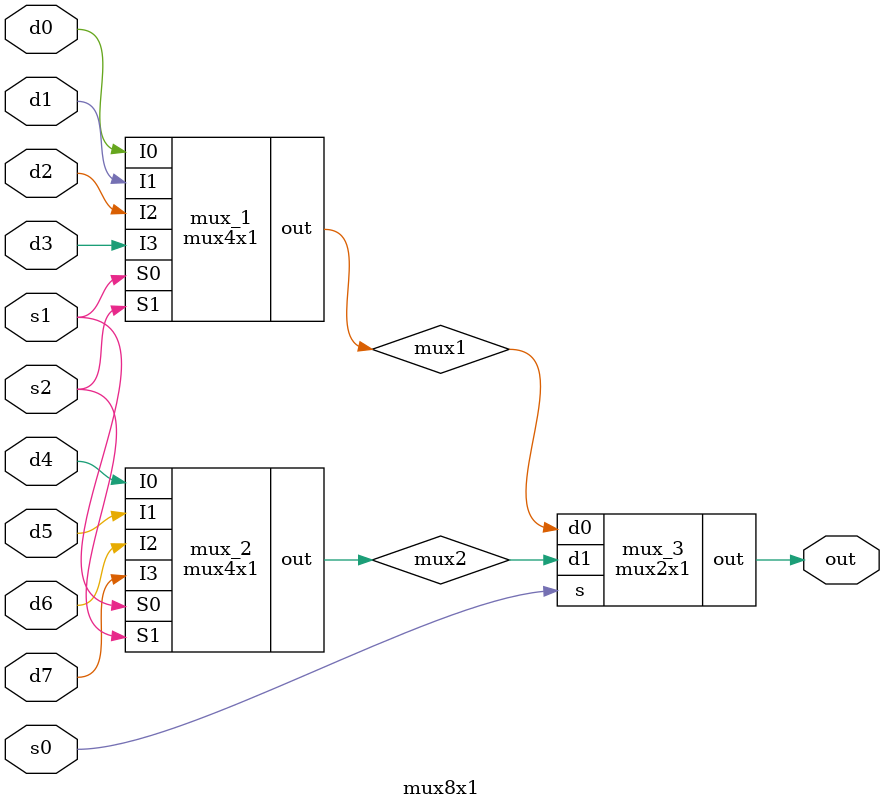
<source format=v>
module mux_16_to_1(d0,d1,d2,d3,d4,d5,d6,d7,d8,d9,d10,d11,d12,d13,d14,d15,d16,d17,d18,d19,d20,d21,d22,d23,d24,d25,d26,d27,d28,d29,d30,d31,s0,s1,s2,s3,s4,out);
    input d0,d1,d2,d3,d4,d5,d6,d7,d8,d9,d10,d11,d12,d13,d14,d15,d16,d17,d18,d19,d20,d21,d22,d23,d24,d25,d26,d27,d28,d29,d30,d31,s0,s1,s2,s3,s4;
    output out;
    wire mux1,mux2,mux3,mux4;
    
    mux8x1 mux_1(d0,d1,d2,d3,d4,d5,d6,d7,s2,s3,s4,mux1);
    mux8x1 mux_2(d8,d9,d10,d11,d12,d13,d14,d15,s2,s3,s4,mux2);
    mux8x1 mux_3(d16,d17,d18,d19,d20,d21,d22,d23,s2,s3,s4,mux3);
    mux8x1 mux_4(d24,d25,d26,d27,d28,d29,d30,d31,s2,s3,s4,mux4);
    mux4x1 mux_5(mux1,mux2,mux3,mux4,s0,s1,out);
endmodule

module mux2x1(d0,d1,s,out);
    input d0,d1,s;
    output out;
    wire sbar,t0,t1;
    
    not(sbar,s);
    and(t0,sbar,d0);
    and(t1,s,d1);
    or(out,t0,t1);
endmodule

module mux4x1(I0,I1,I2,I3,S0,S1,out);
    input I0,I1,I2,I3,S0,S1;
    output out;
    wire S0bar,S1bar,t,u,v,w;
    
    not(S0bar,S0); not(S1bar,S1);
    and(t,S0bar,S1bar,I0);
    and(u,S0bar,S1,I1);
    and(v,S0,S1bar,I2);
    and(w,S0,S1,I3);
    or(out,t,u,v,w);
endmodule

module mux8x1(d0,d1,d2,d3,d4,d5,d6,d7,s0,s1,s2,out);
    input d0,d1,d2,d3,d4,d5,d6,d7,s0,s1,s2;
    output out;
    wire mux1,mux2;
    
    mux4x1 mux_1(d0,d1,d2,d3,s1,s2,mux1);
    mux4x1 mux_2(d4,d5,d6,d7,s1,s2,mux2);
    mux2x1 mux_3(mux1,mux2,s0,out);
    
endmodule




</source>
